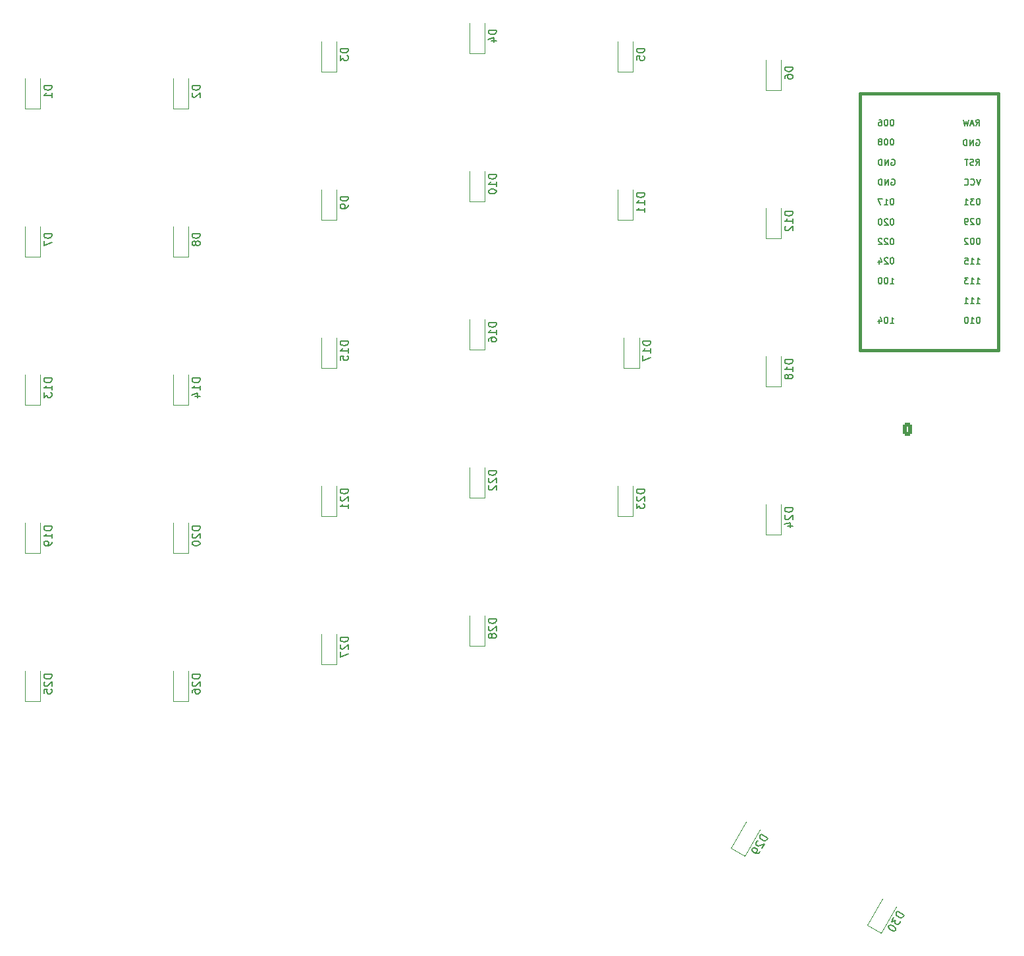
<source format=gbo>
%TF.GenerationSoftware,KiCad,Pcbnew,(6.0.1-0)*%
%TF.CreationDate,2022-02-08T23:28:17+08:00*%
%TF.ProjectId,nut-kb,6e75742d-6b62-42e6-9b69-6361645f7063,rev?*%
%TF.SameCoordinates,Original*%
%TF.FileFunction,Legend,Bot*%
%TF.FilePolarity,Positive*%
%FSLAX46Y46*%
G04 Gerber Fmt 4.6, Leading zero omitted, Abs format (unit mm)*
G04 Created by KiCad (PCBNEW (6.0.1-0)) date 2022-02-08 23:28:17*
%MOMM*%
%LPD*%
G01*
G04 APERTURE LIST*
G04 Aperture macros list*
%AMRoundRect*
0 Rectangle with rounded corners*
0 $1 Rounding radius*
0 $2 $3 $4 $5 $6 $7 $8 $9 X,Y pos of 4 corners*
0 Add a 4 corners polygon primitive as box body*
4,1,4,$2,$3,$4,$5,$6,$7,$8,$9,$2,$3,0*
0 Add four circle primitives for the rounded corners*
1,1,$1+$1,$2,$3*
1,1,$1+$1,$4,$5*
1,1,$1+$1,$6,$7*
1,1,$1+$1,$8,$9*
0 Add four rect primitives between the rounded corners*
20,1,$1+$1,$2,$3,$4,$5,0*
20,1,$1+$1,$4,$5,$6,$7,0*
20,1,$1+$1,$6,$7,$8,$9,0*
20,1,$1+$1,$8,$9,$2,$3,0*%
%AMRotRect*
0 Rectangle, with rotation*
0 The origin of the aperture is its center*
0 $1 length*
0 $2 width*
0 $3 Rotation angle, in degrees counterclockwise*
0 Add horizontal line*
21,1,$1,$2,0,0,$3*%
G04 Aperture macros list end*
%ADD10C,0.150000*%
%ADD11C,0.381000*%
%ADD12C,0.120000*%
%ADD13C,1.752600*%
%ADD14C,3.000000*%
%ADD15C,3.987800*%
%ADD16C,1.750000*%
%ADD17RotRect,2.550000X2.500000X240.000000*%
%ADD18C,3.048000*%
%ADD19R,2.550000X2.500000*%
%ADD20O,1.200000X1.750000*%
%ADD21RoundRect,0.250000X-0.350000X-0.625000X0.350000X-0.625000X0.350000X0.625000X-0.350000X0.625000X0*%
%ADD22O,1.600000X1.600000*%
%ADD23R,1.600000X1.600000*%
%ADD24O,1.700000X1.700000*%
%ADD25R,1.700000X1.700000*%
%ADD26R,1.200000X0.900000*%
%ADD27RotRect,0.900000X1.200000X60.000000*%
G04 APERTURE END LIST*
D10*
%TO.C,U1*%
X153868690Y-41928000D02*
X153944881Y-41889904D01*
X154059167Y-41889904D01*
X154173452Y-41928000D01*
X154249643Y-42004190D01*
X154287738Y-42080380D01*
X154325833Y-42232761D01*
X154325833Y-42347047D01*
X154287738Y-42499428D01*
X154249643Y-42575619D01*
X154173452Y-42651809D01*
X154059167Y-42689904D01*
X153982976Y-42689904D01*
X153868690Y-42651809D01*
X153830595Y-42613714D01*
X153830595Y-42347047D01*
X153982976Y-42347047D01*
X153487738Y-42689904D02*
X153487738Y-41889904D01*
X153030595Y-42689904D01*
X153030595Y-41889904D01*
X152649643Y-42689904D02*
X152649643Y-41889904D01*
X152459167Y-41889904D01*
X152344881Y-41928000D01*
X152268690Y-42004190D01*
X152230595Y-42080380D01*
X152192500Y-42232761D01*
X152192500Y-42347047D01*
X152230595Y-42499428D01*
X152268690Y-42575619D01*
X152344881Y-42651809D01*
X152459167Y-42689904D01*
X152649643Y-42689904D01*
X143067310Y-49509904D02*
X142991119Y-49509904D01*
X142914929Y-49548000D01*
X142876833Y-49586095D01*
X142838738Y-49662285D01*
X142800643Y-49814666D01*
X142800643Y-50005142D01*
X142838738Y-50157523D01*
X142876833Y-50233714D01*
X142914929Y-50271809D01*
X142991119Y-50309904D01*
X143067310Y-50309904D01*
X143143500Y-50271809D01*
X143181595Y-50233714D01*
X143219690Y-50157523D01*
X143257786Y-50005142D01*
X143257786Y-49814666D01*
X143219690Y-49662285D01*
X143181595Y-49586095D01*
X143143500Y-49548000D01*
X143067310Y-49509904D01*
X142038738Y-50309904D02*
X142495881Y-50309904D01*
X142267310Y-50309904D02*
X142267310Y-49509904D01*
X142343500Y-49624190D01*
X142419690Y-49700380D01*
X142495881Y-49738476D01*
X141772071Y-49509904D02*
X141238738Y-49509904D01*
X141581595Y-50309904D01*
X154141691Y-54589904D02*
X154065500Y-54589904D01*
X153989310Y-54628000D01*
X153951214Y-54666095D01*
X153913119Y-54742285D01*
X153875024Y-54894666D01*
X153875024Y-55085142D01*
X153913119Y-55237523D01*
X153951214Y-55313714D01*
X153989310Y-55351809D01*
X154065500Y-55389904D01*
X154141691Y-55389904D01*
X154217881Y-55351809D01*
X154255976Y-55313714D01*
X154294071Y-55237523D01*
X154332167Y-55085142D01*
X154332167Y-54894666D01*
X154294071Y-54742285D01*
X154255976Y-54666095D01*
X154217881Y-54628000D01*
X154141691Y-54589904D01*
X153379786Y-54589904D02*
X153303595Y-54589904D01*
X153227405Y-54628000D01*
X153189310Y-54666095D01*
X153151214Y-54742285D01*
X153113119Y-54894666D01*
X153113119Y-55085142D01*
X153151214Y-55237523D01*
X153189310Y-55313714D01*
X153227405Y-55351809D01*
X153303595Y-55389904D01*
X153379786Y-55389904D01*
X153455976Y-55351809D01*
X153494071Y-55313714D01*
X153532167Y-55237523D01*
X153570262Y-55085142D01*
X153570262Y-54894666D01*
X153532167Y-54742285D01*
X153494071Y-54666095D01*
X153455976Y-54628000D01*
X153379786Y-54589904D01*
X152808357Y-54666095D02*
X152770262Y-54628000D01*
X152694071Y-54589904D01*
X152503595Y-54589904D01*
X152427405Y-54628000D01*
X152389310Y-54666095D01*
X152351214Y-54742285D01*
X152351214Y-54818476D01*
X152389310Y-54932761D01*
X152846452Y-55389904D01*
X152351214Y-55389904D01*
X143067310Y-52119904D02*
X142991119Y-52119904D01*
X142914929Y-52158000D01*
X142876833Y-52196095D01*
X142838738Y-52272285D01*
X142800643Y-52424666D01*
X142800643Y-52615142D01*
X142838738Y-52767523D01*
X142876833Y-52843714D01*
X142914929Y-52881809D01*
X142991119Y-52919904D01*
X143067310Y-52919904D01*
X143143500Y-52881809D01*
X143181595Y-52843714D01*
X143219690Y-52767523D01*
X143257786Y-52615142D01*
X143257786Y-52424666D01*
X143219690Y-52272285D01*
X143181595Y-52196095D01*
X143143500Y-52158000D01*
X143067310Y-52119904D01*
X142495881Y-52196095D02*
X142457786Y-52158000D01*
X142381595Y-52119904D01*
X142191119Y-52119904D01*
X142114929Y-52158000D01*
X142076833Y-52196095D01*
X142038738Y-52272285D01*
X142038738Y-52348476D01*
X142076833Y-52462761D01*
X142533976Y-52919904D01*
X142038738Y-52919904D01*
X141543500Y-52119904D02*
X141467310Y-52119904D01*
X141391119Y-52158000D01*
X141353024Y-52196095D01*
X141314929Y-52272285D01*
X141276833Y-52424666D01*
X141276833Y-52615142D01*
X141314929Y-52767523D01*
X141353024Y-52843714D01*
X141391119Y-52881809D01*
X141467310Y-52919904D01*
X141543500Y-52919904D01*
X141619690Y-52881809D01*
X141657786Y-52843714D01*
X141695881Y-52767523D01*
X141733976Y-52615142D01*
X141733976Y-52424666D01*
X141695881Y-52272285D01*
X141657786Y-52196095D01*
X141619690Y-52158000D01*
X141543500Y-52119904D01*
X143067310Y-39349904D02*
X142991119Y-39349904D01*
X142914929Y-39388000D01*
X142876833Y-39426095D01*
X142838738Y-39502285D01*
X142800643Y-39654666D01*
X142800643Y-39845142D01*
X142838738Y-39997523D01*
X142876833Y-40073714D01*
X142914929Y-40111809D01*
X142991119Y-40149904D01*
X143067310Y-40149904D01*
X143143500Y-40111809D01*
X143181595Y-40073714D01*
X143219690Y-39997523D01*
X143257786Y-39845142D01*
X143257786Y-39654666D01*
X143219690Y-39502285D01*
X143181595Y-39426095D01*
X143143500Y-39388000D01*
X143067310Y-39349904D01*
X142305405Y-39349904D02*
X142229214Y-39349904D01*
X142153024Y-39388000D01*
X142114929Y-39426095D01*
X142076833Y-39502285D01*
X142038738Y-39654666D01*
X142038738Y-39845142D01*
X142076833Y-39997523D01*
X142114929Y-40073714D01*
X142153024Y-40111809D01*
X142229214Y-40149904D01*
X142305405Y-40149904D01*
X142381595Y-40111809D01*
X142419690Y-40073714D01*
X142457786Y-39997523D01*
X142495881Y-39845142D01*
X142495881Y-39654666D01*
X142457786Y-39502285D01*
X142419690Y-39426095D01*
X142381595Y-39388000D01*
X142305405Y-39349904D01*
X141353024Y-39349904D02*
X141505405Y-39349904D01*
X141581595Y-39388000D01*
X141619690Y-39426095D01*
X141695881Y-39540380D01*
X141733976Y-39692761D01*
X141733976Y-39997523D01*
X141695881Y-40073714D01*
X141657786Y-40111809D01*
X141581595Y-40149904D01*
X141429214Y-40149904D01*
X141353024Y-40111809D01*
X141314929Y-40073714D01*
X141276833Y-39997523D01*
X141276833Y-39807047D01*
X141314929Y-39730857D01*
X141353024Y-39692761D01*
X141429214Y-39654666D01*
X141581595Y-39654666D01*
X141657786Y-39692761D01*
X141695881Y-39730857D01*
X141733976Y-39807047D01*
X154141691Y-64749904D02*
X154065500Y-64749904D01*
X153989310Y-64788000D01*
X153951214Y-64826095D01*
X153913119Y-64902285D01*
X153875024Y-65054666D01*
X153875024Y-65245142D01*
X153913119Y-65397523D01*
X153951214Y-65473714D01*
X153989310Y-65511809D01*
X154065500Y-65549904D01*
X154141691Y-65549904D01*
X154217881Y-65511809D01*
X154255976Y-65473714D01*
X154294071Y-65397523D01*
X154332167Y-65245142D01*
X154332167Y-65054666D01*
X154294071Y-64902285D01*
X154255976Y-64826095D01*
X154217881Y-64788000D01*
X154141691Y-64749904D01*
X153113119Y-65549904D02*
X153570262Y-65549904D01*
X153341691Y-65549904D02*
X153341691Y-64749904D01*
X153417881Y-64864190D01*
X153494071Y-64940380D01*
X153570262Y-64978476D01*
X152617881Y-64749904D02*
X152541691Y-64749904D01*
X152465500Y-64788000D01*
X152427405Y-64826095D01*
X152389310Y-64902285D01*
X152351214Y-65054666D01*
X152351214Y-65245142D01*
X152389310Y-65397523D01*
X152427405Y-65473714D01*
X152465500Y-65511809D01*
X152541691Y-65549904D01*
X152617881Y-65549904D01*
X152694071Y-65511809D01*
X152732167Y-65473714D01*
X152770262Y-65397523D01*
X152808357Y-65245142D01*
X152808357Y-65054666D01*
X152770262Y-64902285D01*
X152732167Y-64826095D01*
X152694071Y-64788000D01*
X152617881Y-64749904D01*
X153830595Y-40149904D02*
X154097262Y-39768952D01*
X154287738Y-40149904D02*
X154287738Y-39349904D01*
X153982976Y-39349904D01*
X153906786Y-39388000D01*
X153868691Y-39426095D01*
X153830595Y-39502285D01*
X153830595Y-39616571D01*
X153868691Y-39692761D01*
X153906786Y-39730857D01*
X153982976Y-39768952D01*
X154287738Y-39768952D01*
X153525834Y-39921333D02*
X153144881Y-39921333D01*
X153602024Y-40149904D02*
X153335357Y-39349904D01*
X153068691Y-40149904D01*
X152878215Y-39349904D02*
X152687738Y-40149904D01*
X152535357Y-39578476D01*
X152382976Y-40149904D01*
X152192500Y-39349904D01*
X142800643Y-60469904D02*
X143257786Y-60469904D01*
X143029214Y-60469904D02*
X143029214Y-59669904D01*
X143105405Y-59784190D01*
X143181595Y-59860380D01*
X143257786Y-59898476D01*
X142305405Y-59669904D02*
X142229214Y-59669904D01*
X142153024Y-59708000D01*
X142114929Y-59746095D01*
X142076833Y-59822285D01*
X142038738Y-59974666D01*
X142038738Y-60165142D01*
X142076833Y-60317523D01*
X142114929Y-60393714D01*
X142153024Y-60431809D01*
X142229214Y-60469904D01*
X142305405Y-60469904D01*
X142381595Y-60431809D01*
X142419690Y-60393714D01*
X142457786Y-60317523D01*
X142495881Y-60165142D01*
X142495881Y-59974666D01*
X142457786Y-59822285D01*
X142419690Y-59746095D01*
X142381595Y-59708000D01*
X142305405Y-59669904D01*
X141543500Y-59669904D02*
X141467310Y-59669904D01*
X141391119Y-59708000D01*
X141353024Y-59746095D01*
X141314929Y-59822285D01*
X141276833Y-59974666D01*
X141276833Y-60165142D01*
X141314929Y-60317523D01*
X141353024Y-60393714D01*
X141391119Y-60431809D01*
X141467310Y-60469904D01*
X141543500Y-60469904D01*
X141619690Y-60431809D01*
X141657786Y-60393714D01*
X141695881Y-60317523D01*
X141733976Y-60165142D01*
X141733976Y-59974666D01*
X141695881Y-59822285D01*
X141657786Y-59746095D01*
X141619690Y-59708000D01*
X141543500Y-59669904D01*
X154408357Y-46969904D02*
X154141691Y-47769904D01*
X153875024Y-46969904D01*
X153151214Y-47693714D02*
X153189310Y-47731809D01*
X153303595Y-47769904D01*
X153379786Y-47769904D01*
X153494071Y-47731809D01*
X153570262Y-47655619D01*
X153608357Y-47579428D01*
X153646452Y-47427047D01*
X153646452Y-47312761D01*
X153608357Y-47160380D01*
X153570262Y-47084190D01*
X153494071Y-47008000D01*
X153379786Y-46969904D01*
X153303595Y-46969904D01*
X153189310Y-47008000D01*
X153151214Y-47046095D01*
X152351214Y-47693714D02*
X152389310Y-47731809D01*
X152503595Y-47769904D01*
X152579786Y-47769904D01*
X152694071Y-47731809D01*
X152770262Y-47655619D01*
X152808357Y-47579428D01*
X152846452Y-47427047D01*
X152846452Y-47312761D01*
X152808357Y-47160380D01*
X152770262Y-47084190D01*
X152694071Y-47008000D01*
X152579786Y-46969904D01*
X152503595Y-46969904D01*
X152389310Y-47008000D01*
X152351214Y-47046095D01*
X154141691Y-52049904D02*
X154065500Y-52049904D01*
X153989310Y-52088000D01*
X153951214Y-52126095D01*
X153913119Y-52202285D01*
X153875024Y-52354666D01*
X153875024Y-52545142D01*
X153913119Y-52697523D01*
X153951214Y-52773714D01*
X153989310Y-52811809D01*
X154065500Y-52849904D01*
X154141691Y-52849904D01*
X154217881Y-52811809D01*
X154255976Y-52773714D01*
X154294071Y-52697523D01*
X154332167Y-52545142D01*
X154332167Y-52354666D01*
X154294071Y-52202285D01*
X154255976Y-52126095D01*
X154217881Y-52088000D01*
X154141691Y-52049904D01*
X153570262Y-52126095D02*
X153532167Y-52088000D01*
X153455976Y-52049904D01*
X153265500Y-52049904D01*
X153189310Y-52088000D01*
X153151214Y-52126095D01*
X153113119Y-52202285D01*
X153113119Y-52278476D01*
X153151214Y-52392761D01*
X153608357Y-52849904D01*
X153113119Y-52849904D01*
X152732167Y-52849904D02*
X152579786Y-52849904D01*
X152503595Y-52811809D01*
X152465500Y-52773714D01*
X152389310Y-52659428D01*
X152351214Y-52507047D01*
X152351214Y-52202285D01*
X152389310Y-52126095D01*
X152427405Y-52088000D01*
X152503595Y-52049904D01*
X152655976Y-52049904D01*
X152732167Y-52088000D01*
X152770262Y-52126095D01*
X152808357Y-52202285D01*
X152808357Y-52392761D01*
X152770262Y-52468952D01*
X152732167Y-52507047D01*
X152655976Y-52545142D01*
X152503595Y-52545142D01*
X152427405Y-52507047D01*
X152389310Y-52468952D01*
X152351214Y-52392761D01*
X153830595Y-45229904D02*
X154097261Y-44848952D01*
X154287738Y-45229904D02*
X154287738Y-44429904D01*
X153982976Y-44429904D01*
X153906785Y-44468000D01*
X153868690Y-44506095D01*
X153830595Y-44582285D01*
X153830595Y-44696571D01*
X153868690Y-44772761D01*
X153906785Y-44810857D01*
X153982976Y-44848952D01*
X154287738Y-44848952D01*
X153525833Y-45191809D02*
X153411547Y-45229904D01*
X153221071Y-45229904D01*
X153144880Y-45191809D01*
X153106785Y-45153714D01*
X153068690Y-45077523D01*
X153068690Y-45001333D01*
X153106785Y-44925142D01*
X153144880Y-44887047D01*
X153221071Y-44848952D01*
X153373452Y-44810857D01*
X153449642Y-44772761D01*
X153487738Y-44734666D01*
X153525833Y-44658476D01*
X153525833Y-44582285D01*
X153487738Y-44506095D01*
X153449642Y-44468000D01*
X153373452Y-44429904D01*
X153182976Y-44429904D01*
X153068690Y-44468000D01*
X152840119Y-44429904D02*
X152382976Y-44429904D01*
X152611547Y-45229904D02*
X152611547Y-44429904D01*
X142953023Y-47008000D02*
X143029214Y-46969904D01*
X143143500Y-46969904D01*
X143257785Y-47008000D01*
X143333976Y-47084190D01*
X143372071Y-47160380D01*
X143410166Y-47312761D01*
X143410166Y-47427047D01*
X143372071Y-47579428D01*
X143333976Y-47655619D01*
X143257785Y-47731809D01*
X143143500Y-47769904D01*
X143067309Y-47769904D01*
X142953023Y-47731809D01*
X142914928Y-47693714D01*
X142914928Y-47427047D01*
X143067309Y-47427047D01*
X142572071Y-47769904D02*
X142572071Y-46969904D01*
X142114928Y-47769904D01*
X142114928Y-46969904D01*
X141733976Y-47769904D02*
X141733976Y-46969904D01*
X141543500Y-46969904D01*
X141429214Y-47008000D01*
X141353023Y-47084190D01*
X141314928Y-47160380D01*
X141276833Y-47312761D01*
X141276833Y-47427047D01*
X141314928Y-47579428D01*
X141353023Y-47655619D01*
X141429214Y-47731809D01*
X141543500Y-47769904D01*
X141733976Y-47769904D01*
X143067310Y-54619904D02*
X142991119Y-54619904D01*
X142914929Y-54658000D01*
X142876833Y-54696095D01*
X142838738Y-54772285D01*
X142800643Y-54924666D01*
X142800643Y-55115142D01*
X142838738Y-55267523D01*
X142876833Y-55343714D01*
X142914929Y-55381809D01*
X142991119Y-55419904D01*
X143067310Y-55419904D01*
X143143500Y-55381809D01*
X143181595Y-55343714D01*
X143219690Y-55267523D01*
X143257786Y-55115142D01*
X143257786Y-54924666D01*
X143219690Y-54772285D01*
X143181595Y-54696095D01*
X143143500Y-54658000D01*
X143067310Y-54619904D01*
X142495881Y-54696095D02*
X142457786Y-54658000D01*
X142381595Y-54619904D01*
X142191119Y-54619904D01*
X142114929Y-54658000D01*
X142076833Y-54696095D01*
X142038738Y-54772285D01*
X142038738Y-54848476D01*
X142076833Y-54962761D01*
X142533976Y-55419904D01*
X142038738Y-55419904D01*
X141733976Y-54696095D02*
X141695881Y-54658000D01*
X141619690Y-54619904D01*
X141429214Y-54619904D01*
X141353024Y-54658000D01*
X141314929Y-54696095D01*
X141276833Y-54772285D01*
X141276833Y-54848476D01*
X141314929Y-54962761D01*
X141772071Y-55419904D01*
X141276833Y-55419904D01*
X153875024Y-57929904D02*
X154332167Y-57929904D01*
X154103595Y-57929904D02*
X154103595Y-57129904D01*
X154179786Y-57244190D01*
X154255976Y-57320380D01*
X154332167Y-57358476D01*
X153113119Y-57929904D02*
X153570262Y-57929904D01*
X153341691Y-57929904D02*
X153341691Y-57129904D01*
X153417881Y-57244190D01*
X153494071Y-57320380D01*
X153570262Y-57358476D01*
X152389310Y-57129904D02*
X152770262Y-57129904D01*
X152808357Y-57510857D01*
X152770262Y-57472761D01*
X152694071Y-57434666D01*
X152503595Y-57434666D01*
X152427405Y-57472761D01*
X152389310Y-57510857D01*
X152351214Y-57587047D01*
X152351214Y-57777523D01*
X152389310Y-57853714D01*
X152427405Y-57891809D01*
X152503595Y-57929904D01*
X152694071Y-57929904D01*
X152770262Y-57891809D01*
X152808357Y-57853714D01*
X143067310Y-41819904D02*
X142991119Y-41819904D01*
X142914929Y-41858000D01*
X142876833Y-41896095D01*
X142838738Y-41972285D01*
X142800643Y-42124666D01*
X142800643Y-42315142D01*
X142838738Y-42467523D01*
X142876833Y-42543714D01*
X142914929Y-42581809D01*
X142991119Y-42619904D01*
X143067310Y-42619904D01*
X143143500Y-42581809D01*
X143181595Y-42543714D01*
X143219690Y-42467523D01*
X143257786Y-42315142D01*
X143257786Y-42124666D01*
X143219690Y-41972285D01*
X143181595Y-41896095D01*
X143143500Y-41858000D01*
X143067310Y-41819904D01*
X142305405Y-41819904D02*
X142229214Y-41819904D01*
X142153024Y-41858000D01*
X142114929Y-41896095D01*
X142076833Y-41972285D01*
X142038738Y-42124666D01*
X142038738Y-42315142D01*
X142076833Y-42467523D01*
X142114929Y-42543714D01*
X142153024Y-42581809D01*
X142229214Y-42619904D01*
X142305405Y-42619904D01*
X142381595Y-42581809D01*
X142419690Y-42543714D01*
X142457786Y-42467523D01*
X142495881Y-42315142D01*
X142495881Y-42124666D01*
X142457786Y-41972285D01*
X142419690Y-41896095D01*
X142381595Y-41858000D01*
X142305405Y-41819904D01*
X141581595Y-42162761D02*
X141657786Y-42124666D01*
X141695881Y-42086571D01*
X141733976Y-42010380D01*
X141733976Y-41972285D01*
X141695881Y-41896095D01*
X141657786Y-41858000D01*
X141581595Y-41819904D01*
X141429214Y-41819904D01*
X141353024Y-41858000D01*
X141314929Y-41896095D01*
X141276833Y-41972285D01*
X141276833Y-42010380D01*
X141314929Y-42086571D01*
X141353024Y-42124666D01*
X141429214Y-42162761D01*
X141581595Y-42162761D01*
X141657786Y-42200857D01*
X141695881Y-42238952D01*
X141733976Y-42315142D01*
X141733976Y-42467523D01*
X141695881Y-42543714D01*
X141657786Y-42581809D01*
X141581595Y-42619904D01*
X141429214Y-42619904D01*
X141353024Y-42581809D01*
X141314929Y-42543714D01*
X141276833Y-42467523D01*
X141276833Y-42315142D01*
X141314929Y-42238952D01*
X141353024Y-42200857D01*
X141429214Y-42162761D01*
X142800643Y-65549904D02*
X143257786Y-65549904D01*
X143029214Y-65549904D02*
X143029214Y-64749904D01*
X143105405Y-64864190D01*
X143181595Y-64940380D01*
X143257786Y-64978476D01*
X142305405Y-64749904D02*
X142229214Y-64749904D01*
X142153024Y-64788000D01*
X142114929Y-64826095D01*
X142076833Y-64902285D01*
X142038738Y-65054666D01*
X142038738Y-65245142D01*
X142076833Y-65397523D01*
X142114929Y-65473714D01*
X142153024Y-65511809D01*
X142229214Y-65549904D01*
X142305405Y-65549904D01*
X142381595Y-65511809D01*
X142419690Y-65473714D01*
X142457786Y-65397523D01*
X142495881Y-65245142D01*
X142495881Y-65054666D01*
X142457786Y-64902285D01*
X142419690Y-64826095D01*
X142381595Y-64788000D01*
X142305405Y-64749904D01*
X141353024Y-65016571D02*
X141353024Y-65549904D01*
X141543500Y-64711809D02*
X141733976Y-65283238D01*
X141238738Y-65283238D01*
X154141691Y-49509904D02*
X154065500Y-49509904D01*
X153989310Y-49548000D01*
X153951214Y-49586095D01*
X153913119Y-49662285D01*
X153875024Y-49814666D01*
X153875024Y-50005142D01*
X153913119Y-50157523D01*
X153951214Y-50233714D01*
X153989310Y-50271809D01*
X154065500Y-50309904D01*
X154141691Y-50309904D01*
X154217881Y-50271809D01*
X154255976Y-50233714D01*
X154294071Y-50157523D01*
X154332167Y-50005142D01*
X154332167Y-49814666D01*
X154294071Y-49662285D01*
X154255976Y-49586095D01*
X154217881Y-49548000D01*
X154141691Y-49509904D01*
X153608357Y-49509904D02*
X153113119Y-49509904D01*
X153379786Y-49814666D01*
X153265500Y-49814666D01*
X153189310Y-49852761D01*
X153151214Y-49890857D01*
X153113119Y-49967047D01*
X153113119Y-50157523D01*
X153151214Y-50233714D01*
X153189310Y-50271809D01*
X153265500Y-50309904D01*
X153494071Y-50309904D01*
X153570262Y-50271809D01*
X153608357Y-50233714D01*
X152351214Y-50309904D02*
X152808357Y-50309904D01*
X152579786Y-50309904D02*
X152579786Y-49509904D01*
X152655976Y-49624190D01*
X152732167Y-49700380D01*
X152808357Y-49738476D01*
X153875024Y-60469904D02*
X154332167Y-60469904D01*
X154103595Y-60469904D02*
X154103595Y-59669904D01*
X154179786Y-59784190D01*
X154255976Y-59860380D01*
X154332167Y-59898476D01*
X153113119Y-60469904D02*
X153570262Y-60469904D01*
X153341691Y-60469904D02*
X153341691Y-59669904D01*
X153417881Y-59784190D01*
X153494071Y-59860380D01*
X153570262Y-59898476D01*
X152846452Y-59669904D02*
X152351214Y-59669904D01*
X152617881Y-59974666D01*
X152503595Y-59974666D01*
X152427405Y-60012761D01*
X152389310Y-60050857D01*
X152351214Y-60127047D01*
X152351214Y-60317523D01*
X152389310Y-60393714D01*
X152427405Y-60431809D01*
X152503595Y-60469904D01*
X152732167Y-60469904D01*
X152808357Y-60431809D01*
X152846452Y-60393714D01*
X153875024Y-63009904D02*
X154332167Y-63009904D01*
X154103595Y-63009904D02*
X154103595Y-62209904D01*
X154179786Y-62324190D01*
X154255976Y-62400380D01*
X154332167Y-62438476D01*
X153113119Y-63009904D02*
X153570262Y-63009904D01*
X153341691Y-63009904D02*
X153341691Y-62209904D01*
X153417881Y-62324190D01*
X153494071Y-62400380D01*
X153570262Y-62438476D01*
X152351214Y-63009904D02*
X152808357Y-63009904D01*
X152579786Y-63009904D02*
X152579786Y-62209904D01*
X152655976Y-62324190D01*
X152732167Y-62400380D01*
X152808357Y-62438476D01*
X143067310Y-57119904D02*
X142991119Y-57119904D01*
X142914929Y-57158000D01*
X142876833Y-57196095D01*
X142838738Y-57272285D01*
X142800643Y-57424666D01*
X142800643Y-57615142D01*
X142838738Y-57767523D01*
X142876833Y-57843714D01*
X142914929Y-57881809D01*
X142991119Y-57919904D01*
X143067310Y-57919904D01*
X143143500Y-57881809D01*
X143181595Y-57843714D01*
X143219690Y-57767523D01*
X143257786Y-57615142D01*
X143257786Y-57424666D01*
X143219690Y-57272285D01*
X143181595Y-57196095D01*
X143143500Y-57158000D01*
X143067310Y-57119904D01*
X142495881Y-57196095D02*
X142457786Y-57158000D01*
X142381595Y-57119904D01*
X142191119Y-57119904D01*
X142114929Y-57158000D01*
X142076833Y-57196095D01*
X142038738Y-57272285D01*
X142038738Y-57348476D01*
X142076833Y-57462761D01*
X142533976Y-57919904D01*
X142038738Y-57919904D01*
X141353024Y-57386571D02*
X141353024Y-57919904D01*
X141543500Y-57081809D02*
X141733976Y-57653238D01*
X141238738Y-57653238D01*
X142953023Y-44468000D02*
X143029214Y-44429904D01*
X143143500Y-44429904D01*
X143257785Y-44468000D01*
X143333976Y-44544190D01*
X143372071Y-44620380D01*
X143410166Y-44772761D01*
X143410166Y-44887047D01*
X143372071Y-45039428D01*
X143333976Y-45115619D01*
X143257785Y-45191809D01*
X143143500Y-45229904D01*
X143067309Y-45229904D01*
X142953023Y-45191809D01*
X142914928Y-45153714D01*
X142914928Y-44887047D01*
X143067309Y-44887047D01*
X142572071Y-45229904D02*
X142572071Y-44429904D01*
X142114928Y-45229904D01*
X142114928Y-44429904D01*
X141733976Y-45229904D02*
X141733976Y-44429904D01*
X141543500Y-44429904D01*
X141429214Y-44468000D01*
X141353023Y-44544190D01*
X141314928Y-44620380D01*
X141276833Y-44772761D01*
X141276833Y-44887047D01*
X141314928Y-45039428D01*
X141353023Y-45115619D01*
X141429214Y-45191809D01*
X141543500Y-45229904D01*
X141733976Y-45229904D01*
%TO.C,D17*%
X111989880Y-67841964D02*
X110989880Y-67841964D01*
X110989880Y-68080059D01*
X111037500Y-68222916D01*
X111132738Y-68318154D01*
X111227976Y-68365773D01*
X111418452Y-68413392D01*
X111561309Y-68413392D01*
X111751785Y-68365773D01*
X111847023Y-68318154D01*
X111942261Y-68222916D01*
X111989880Y-68080059D01*
X111989880Y-67841964D01*
X111989880Y-69365773D02*
X111989880Y-68794345D01*
X111989880Y-69080059D02*
X110989880Y-69080059D01*
X111132738Y-68984821D01*
X111227976Y-68889583D01*
X111275595Y-68794345D01*
X110989880Y-69699107D02*
X110989880Y-70365773D01*
X111989880Y-69937202D01*
%TO.C,D14*%
X54046130Y-72604464D02*
X53046130Y-72604464D01*
X53046130Y-72842559D01*
X53093750Y-72985416D01*
X53188988Y-73080654D01*
X53284226Y-73128273D01*
X53474702Y-73175892D01*
X53617559Y-73175892D01*
X53808035Y-73128273D01*
X53903273Y-73080654D01*
X53998511Y-72985416D01*
X54046130Y-72842559D01*
X54046130Y-72604464D01*
X54046130Y-74128273D02*
X54046130Y-73556845D01*
X54046130Y-73842559D02*
X53046130Y-73842559D01*
X53188988Y-73747321D01*
X53284226Y-73652083D01*
X53331845Y-73556845D01*
X53379464Y-74985416D02*
X54046130Y-74985416D01*
X52998511Y-74747321D02*
X53712797Y-74509226D01*
X53712797Y-75128273D01*
%TO.C,D9*%
X73096130Y-49268154D02*
X72096130Y-49268154D01*
X72096130Y-49506250D01*
X72143750Y-49649107D01*
X72238988Y-49744345D01*
X72334226Y-49791964D01*
X72524702Y-49839583D01*
X72667559Y-49839583D01*
X72858035Y-49791964D01*
X72953273Y-49744345D01*
X73048511Y-49649107D01*
X73096130Y-49506250D01*
X73096130Y-49268154D01*
X73096130Y-50315773D02*
X73096130Y-50506250D01*
X73048511Y-50601488D01*
X73000892Y-50649107D01*
X72858035Y-50744345D01*
X72667559Y-50791964D01*
X72286607Y-50791964D01*
X72191369Y-50744345D01*
X72143750Y-50696726D01*
X72096130Y-50601488D01*
X72096130Y-50411011D01*
X72143750Y-50315773D01*
X72191369Y-50268154D01*
X72286607Y-50220535D01*
X72524702Y-50220535D01*
X72619940Y-50268154D01*
X72667559Y-50315773D01*
X72715178Y-50411011D01*
X72715178Y-50601488D01*
X72667559Y-50696726D01*
X72619940Y-50744345D01*
X72524702Y-50791964D01*
%TO.C,D21*%
X73096130Y-86891964D02*
X72096130Y-86891964D01*
X72096130Y-87130059D01*
X72143750Y-87272916D01*
X72238988Y-87368154D01*
X72334226Y-87415773D01*
X72524702Y-87463392D01*
X72667559Y-87463392D01*
X72858035Y-87415773D01*
X72953273Y-87368154D01*
X73048511Y-87272916D01*
X73096130Y-87130059D01*
X73096130Y-86891964D01*
X72191369Y-87844345D02*
X72143750Y-87891964D01*
X72096130Y-87987202D01*
X72096130Y-88225297D01*
X72143750Y-88320535D01*
X72191369Y-88368154D01*
X72286607Y-88415773D01*
X72381845Y-88415773D01*
X72524702Y-88368154D01*
X73096130Y-87796726D01*
X73096130Y-88415773D01*
X73096130Y-89368154D02*
X73096130Y-88796726D01*
X73096130Y-89082440D02*
X72096130Y-89082440D01*
X72238988Y-88987202D01*
X72334226Y-88891964D01*
X72381845Y-88796726D01*
%TO.C,D6*%
X130246130Y-32599404D02*
X129246130Y-32599404D01*
X129246130Y-32837500D01*
X129293750Y-32980357D01*
X129388988Y-33075595D01*
X129484226Y-33123214D01*
X129674702Y-33170833D01*
X129817559Y-33170833D01*
X130008035Y-33123214D01*
X130103273Y-33075595D01*
X130198511Y-32980357D01*
X130246130Y-32837500D01*
X130246130Y-32599404D01*
X129246130Y-34027976D02*
X129246130Y-33837500D01*
X129293750Y-33742261D01*
X129341369Y-33694642D01*
X129484226Y-33599404D01*
X129674702Y-33551785D01*
X130055654Y-33551785D01*
X130150892Y-33599404D01*
X130198511Y-33647023D01*
X130246130Y-33742261D01*
X130246130Y-33932738D01*
X130198511Y-34027976D01*
X130150892Y-34075595D01*
X130055654Y-34123214D01*
X129817559Y-34123214D01*
X129722321Y-34075595D01*
X129674702Y-34027976D01*
X129627083Y-33932738D01*
X129627083Y-33742261D01*
X129674702Y-33647023D01*
X129722321Y-33599404D01*
X129817559Y-33551785D01*
%TO.C,D26*%
X54046130Y-110704464D02*
X53046130Y-110704464D01*
X53046130Y-110942559D01*
X53093750Y-111085416D01*
X53188988Y-111180654D01*
X53284226Y-111228273D01*
X53474702Y-111275892D01*
X53617559Y-111275892D01*
X53808035Y-111228273D01*
X53903273Y-111180654D01*
X53998511Y-111085416D01*
X54046130Y-110942559D01*
X54046130Y-110704464D01*
X53141369Y-111656845D02*
X53093750Y-111704464D01*
X53046130Y-111799702D01*
X53046130Y-112037797D01*
X53093750Y-112133035D01*
X53141369Y-112180654D01*
X53236607Y-112228273D01*
X53331845Y-112228273D01*
X53474702Y-112180654D01*
X54046130Y-111609226D01*
X54046130Y-112228273D01*
X53046130Y-113085416D02*
X53046130Y-112894940D01*
X53093750Y-112799702D01*
X53141369Y-112752083D01*
X53284226Y-112656845D01*
X53474702Y-112609226D01*
X53855654Y-112609226D01*
X53950892Y-112656845D01*
X53998511Y-112704464D01*
X54046130Y-112799702D01*
X54046130Y-112990178D01*
X53998511Y-113085416D01*
X53950892Y-113133035D01*
X53855654Y-113180654D01*
X53617559Y-113180654D01*
X53522321Y-113133035D01*
X53474702Y-113085416D01*
X53427083Y-112990178D01*
X53427083Y-112799702D01*
X53474702Y-112704464D01*
X53522321Y-112656845D01*
X53617559Y-112609226D01*
%TO.C,D29*%
X127063967Y-131746588D02*
X126197941Y-131246588D01*
X126078894Y-131452784D01*
X126048704Y-131600312D01*
X126083564Y-131730409D01*
X126142233Y-131819268D01*
X126283381Y-131955745D01*
X126407099Y-132027174D01*
X126595865Y-132081172D01*
X126702154Y-132087552D01*
X126832251Y-132052693D01*
X126944919Y-131952784D01*
X127063967Y-131746588D01*
X125804229Y-132118993D02*
X125739181Y-132136423D01*
X125650322Y-132195092D01*
X125531275Y-132401288D01*
X125524895Y-132507576D01*
X125542325Y-132572625D01*
X125600994Y-132661484D01*
X125683472Y-132709103D01*
X125831000Y-132739292D01*
X126611586Y-132530134D01*
X126302062Y-133066245D01*
X126063967Y-133478639D02*
X125968729Y-133643596D01*
X125879870Y-133702265D01*
X125814821Y-133719695D01*
X125643485Y-133730745D01*
X125454718Y-133676746D01*
X125124803Y-133486270D01*
X125066134Y-133397411D01*
X125048704Y-133332362D01*
X125055084Y-133226074D01*
X125150322Y-133061117D01*
X125239181Y-133002448D01*
X125304229Y-132985018D01*
X125410518Y-132991398D01*
X125616714Y-133110446D01*
X125675383Y-133199304D01*
X125692813Y-133264353D01*
X125686433Y-133370641D01*
X125591195Y-133535598D01*
X125502337Y-133594267D01*
X125437288Y-133611697D01*
X125331000Y-133605317D01*
%TO.C,D7*%
X34996130Y-54030654D02*
X33996130Y-54030654D01*
X33996130Y-54268750D01*
X34043750Y-54411607D01*
X34138988Y-54506845D01*
X34234226Y-54554464D01*
X34424702Y-54602083D01*
X34567559Y-54602083D01*
X34758035Y-54554464D01*
X34853273Y-54506845D01*
X34948511Y-54411607D01*
X34996130Y-54268750D01*
X34996130Y-54030654D01*
X33996130Y-54935416D02*
X33996130Y-55602083D01*
X34996130Y-55173511D01*
%TO.C,D23*%
X111196130Y-86891964D02*
X110196130Y-86891964D01*
X110196130Y-87130059D01*
X110243750Y-87272916D01*
X110338988Y-87368154D01*
X110434226Y-87415773D01*
X110624702Y-87463392D01*
X110767559Y-87463392D01*
X110958035Y-87415773D01*
X111053273Y-87368154D01*
X111148511Y-87272916D01*
X111196130Y-87130059D01*
X111196130Y-86891964D01*
X110291369Y-87844345D02*
X110243750Y-87891964D01*
X110196130Y-87987202D01*
X110196130Y-88225297D01*
X110243750Y-88320535D01*
X110291369Y-88368154D01*
X110386607Y-88415773D01*
X110481845Y-88415773D01*
X110624702Y-88368154D01*
X111196130Y-87796726D01*
X111196130Y-88415773D01*
X110196130Y-88749107D02*
X110196130Y-89368154D01*
X110577083Y-89034821D01*
X110577083Y-89177678D01*
X110624702Y-89272916D01*
X110672321Y-89320535D01*
X110767559Y-89368154D01*
X111005654Y-89368154D01*
X111100892Y-89320535D01*
X111148511Y-89272916D01*
X111196130Y-89177678D01*
X111196130Y-88891964D01*
X111148511Y-88796726D01*
X111100892Y-88749107D01*
%TO.C,D12*%
X130246130Y-51173214D02*
X129246130Y-51173214D01*
X129246130Y-51411309D01*
X129293750Y-51554166D01*
X129388988Y-51649404D01*
X129484226Y-51697023D01*
X129674702Y-51744642D01*
X129817559Y-51744642D01*
X130008035Y-51697023D01*
X130103273Y-51649404D01*
X130198511Y-51554166D01*
X130246130Y-51411309D01*
X130246130Y-51173214D01*
X130246130Y-52697023D02*
X130246130Y-52125595D01*
X130246130Y-52411309D02*
X129246130Y-52411309D01*
X129388988Y-52316071D01*
X129484226Y-52220833D01*
X129531845Y-52125595D01*
X129341369Y-53077976D02*
X129293750Y-53125595D01*
X129246130Y-53220833D01*
X129246130Y-53458928D01*
X129293750Y-53554166D01*
X129341369Y-53601785D01*
X129436607Y-53649404D01*
X129531845Y-53649404D01*
X129674702Y-53601785D01*
X130246130Y-53030357D01*
X130246130Y-53649404D01*
%TO.C,D3*%
X73096130Y-30218154D02*
X72096130Y-30218154D01*
X72096130Y-30456250D01*
X72143750Y-30599107D01*
X72238988Y-30694345D01*
X72334226Y-30741964D01*
X72524702Y-30789583D01*
X72667559Y-30789583D01*
X72858035Y-30741964D01*
X72953273Y-30694345D01*
X73048511Y-30599107D01*
X73096130Y-30456250D01*
X73096130Y-30218154D01*
X72096130Y-31122916D02*
X72096130Y-31741964D01*
X72477083Y-31408630D01*
X72477083Y-31551488D01*
X72524702Y-31646726D01*
X72572321Y-31694345D01*
X72667559Y-31741964D01*
X72905654Y-31741964D01*
X73000892Y-31694345D01*
X73048511Y-31646726D01*
X73096130Y-31551488D01*
X73096130Y-31265773D01*
X73048511Y-31170535D01*
X73000892Y-31122916D01*
%TO.C,D28*%
X92146130Y-103560714D02*
X91146130Y-103560714D01*
X91146130Y-103798809D01*
X91193750Y-103941666D01*
X91288988Y-104036904D01*
X91384226Y-104084523D01*
X91574702Y-104132142D01*
X91717559Y-104132142D01*
X91908035Y-104084523D01*
X92003273Y-104036904D01*
X92098511Y-103941666D01*
X92146130Y-103798809D01*
X92146130Y-103560714D01*
X91241369Y-104513095D02*
X91193750Y-104560714D01*
X91146130Y-104655952D01*
X91146130Y-104894047D01*
X91193750Y-104989285D01*
X91241369Y-105036904D01*
X91336607Y-105084523D01*
X91431845Y-105084523D01*
X91574702Y-105036904D01*
X92146130Y-104465476D01*
X92146130Y-105084523D01*
X91574702Y-105655952D02*
X91527083Y-105560714D01*
X91479464Y-105513095D01*
X91384226Y-105465476D01*
X91336607Y-105465476D01*
X91241369Y-105513095D01*
X91193750Y-105560714D01*
X91146130Y-105655952D01*
X91146130Y-105846428D01*
X91193750Y-105941666D01*
X91241369Y-105989285D01*
X91336607Y-106036904D01*
X91384226Y-106036904D01*
X91479464Y-105989285D01*
X91527083Y-105941666D01*
X91574702Y-105846428D01*
X91574702Y-105655952D01*
X91622321Y-105560714D01*
X91669940Y-105513095D01*
X91765178Y-105465476D01*
X91955654Y-105465476D01*
X92050892Y-105513095D01*
X92098511Y-105560714D01*
X92146130Y-105655952D01*
X92146130Y-105846428D01*
X92098511Y-105941666D01*
X92050892Y-105989285D01*
X91955654Y-106036904D01*
X91765178Y-106036904D01*
X91669940Y-105989285D01*
X91622321Y-105941666D01*
X91574702Y-105846428D01*
%TO.C,D22*%
X92146130Y-84510714D02*
X91146130Y-84510714D01*
X91146130Y-84748809D01*
X91193750Y-84891666D01*
X91288988Y-84986904D01*
X91384226Y-85034523D01*
X91574702Y-85082142D01*
X91717559Y-85082142D01*
X91908035Y-85034523D01*
X92003273Y-84986904D01*
X92098511Y-84891666D01*
X92146130Y-84748809D01*
X92146130Y-84510714D01*
X91241369Y-85463095D02*
X91193750Y-85510714D01*
X91146130Y-85605952D01*
X91146130Y-85844047D01*
X91193750Y-85939285D01*
X91241369Y-85986904D01*
X91336607Y-86034523D01*
X91431845Y-86034523D01*
X91574702Y-85986904D01*
X92146130Y-85415476D01*
X92146130Y-86034523D01*
X91241369Y-86415476D02*
X91193750Y-86463095D01*
X91146130Y-86558333D01*
X91146130Y-86796428D01*
X91193750Y-86891666D01*
X91241369Y-86939285D01*
X91336607Y-86986904D01*
X91431845Y-86986904D01*
X91574702Y-86939285D01*
X92146130Y-86367857D01*
X92146130Y-86986904D01*
%TO.C,D15*%
X73096130Y-67841964D02*
X72096130Y-67841964D01*
X72096130Y-68080059D01*
X72143750Y-68222916D01*
X72238988Y-68318154D01*
X72334226Y-68365773D01*
X72524702Y-68413392D01*
X72667559Y-68413392D01*
X72858035Y-68365773D01*
X72953273Y-68318154D01*
X73048511Y-68222916D01*
X73096130Y-68080059D01*
X73096130Y-67841964D01*
X73096130Y-69365773D02*
X73096130Y-68794345D01*
X73096130Y-69080059D02*
X72096130Y-69080059D01*
X72238988Y-68984821D01*
X72334226Y-68889583D01*
X72381845Y-68794345D01*
X72096130Y-70270535D02*
X72096130Y-69794345D01*
X72572321Y-69746726D01*
X72524702Y-69794345D01*
X72477083Y-69889583D01*
X72477083Y-70127678D01*
X72524702Y-70222916D01*
X72572321Y-70270535D01*
X72667559Y-70318154D01*
X72905654Y-70318154D01*
X73000892Y-70270535D01*
X73048511Y-70222916D01*
X73096130Y-70127678D01*
X73096130Y-69889583D01*
X73048511Y-69794345D01*
X73000892Y-69746726D01*
%TO.C,D11*%
X111196130Y-48791964D02*
X110196130Y-48791964D01*
X110196130Y-49030059D01*
X110243750Y-49172916D01*
X110338988Y-49268154D01*
X110434226Y-49315773D01*
X110624702Y-49363392D01*
X110767559Y-49363392D01*
X110958035Y-49315773D01*
X111053273Y-49268154D01*
X111148511Y-49172916D01*
X111196130Y-49030059D01*
X111196130Y-48791964D01*
X111196130Y-50315773D02*
X111196130Y-49744345D01*
X111196130Y-50030059D02*
X110196130Y-50030059D01*
X110338988Y-49934821D01*
X110434226Y-49839583D01*
X110481845Y-49744345D01*
X111196130Y-51268154D02*
X111196130Y-50696726D01*
X111196130Y-50982440D02*
X110196130Y-50982440D01*
X110338988Y-50887202D01*
X110434226Y-50791964D01*
X110481845Y-50696726D01*
%TO.C,D24*%
X130246130Y-89273214D02*
X129246130Y-89273214D01*
X129246130Y-89511309D01*
X129293750Y-89654166D01*
X129388988Y-89749404D01*
X129484226Y-89797023D01*
X129674702Y-89844642D01*
X129817559Y-89844642D01*
X130008035Y-89797023D01*
X130103273Y-89749404D01*
X130198511Y-89654166D01*
X130246130Y-89511309D01*
X130246130Y-89273214D01*
X129341369Y-90225595D02*
X129293750Y-90273214D01*
X129246130Y-90368452D01*
X129246130Y-90606547D01*
X129293750Y-90701785D01*
X129341369Y-90749404D01*
X129436607Y-90797023D01*
X129531845Y-90797023D01*
X129674702Y-90749404D01*
X130246130Y-90177976D01*
X130246130Y-90797023D01*
X129579464Y-91654166D02*
X130246130Y-91654166D01*
X129198511Y-91416071D02*
X129912797Y-91177976D01*
X129912797Y-91797023D01*
%TO.C,D27*%
X73096130Y-105941964D02*
X72096130Y-105941964D01*
X72096130Y-106180059D01*
X72143750Y-106322916D01*
X72238988Y-106418154D01*
X72334226Y-106465773D01*
X72524702Y-106513392D01*
X72667559Y-106513392D01*
X72858035Y-106465773D01*
X72953273Y-106418154D01*
X73048511Y-106322916D01*
X73096130Y-106180059D01*
X73096130Y-105941964D01*
X72191369Y-106894345D02*
X72143750Y-106941964D01*
X72096130Y-107037202D01*
X72096130Y-107275297D01*
X72143750Y-107370535D01*
X72191369Y-107418154D01*
X72286607Y-107465773D01*
X72381845Y-107465773D01*
X72524702Y-107418154D01*
X73096130Y-106846726D01*
X73096130Y-107465773D01*
X72096130Y-107799107D02*
X72096130Y-108465773D01*
X73096130Y-108037202D01*
%TO.C,D30*%
X144589967Y-141652588D02*
X143723941Y-141152588D01*
X143604894Y-141358784D01*
X143574704Y-141506312D01*
X143609564Y-141636409D01*
X143668233Y-141725268D01*
X143809381Y-141861745D01*
X143933099Y-141933174D01*
X144121865Y-141987172D01*
X144228154Y-141993552D01*
X144358251Y-141958693D01*
X144470919Y-141858784D01*
X144589967Y-141652588D01*
X143271560Y-141936134D02*
X142962037Y-142472245D01*
X143458618Y-142374047D01*
X143387189Y-142497764D01*
X143380809Y-142604053D01*
X143398239Y-142669101D01*
X143456908Y-142757960D01*
X143663105Y-142877007D01*
X143769393Y-142883387D01*
X143834442Y-142865957D01*
X143923300Y-142807288D01*
X144066157Y-142559852D01*
X144072537Y-142453564D01*
X144055107Y-142388515D01*
X142652513Y-143008356D02*
X142604894Y-143090835D01*
X142598514Y-143197123D01*
X142615944Y-143262172D01*
X142674613Y-143351030D01*
X142815761Y-143487508D01*
X143021957Y-143606555D01*
X143210724Y-143660554D01*
X143317012Y-143666934D01*
X143382061Y-143649504D01*
X143470919Y-143590835D01*
X143518538Y-143508356D01*
X143524918Y-143402068D01*
X143507488Y-143337019D01*
X143448819Y-143248161D01*
X143307671Y-143111684D01*
X143101475Y-142992636D01*
X142912708Y-142938637D01*
X142806420Y-142932258D01*
X142741371Y-142949687D01*
X142652513Y-143008356D01*
%TO.C,D20*%
X54046130Y-91654464D02*
X53046130Y-91654464D01*
X53046130Y-91892559D01*
X53093750Y-92035416D01*
X53188988Y-92130654D01*
X53284226Y-92178273D01*
X53474702Y-92225892D01*
X53617559Y-92225892D01*
X53808035Y-92178273D01*
X53903273Y-92130654D01*
X53998511Y-92035416D01*
X54046130Y-91892559D01*
X54046130Y-91654464D01*
X53141369Y-92606845D02*
X53093750Y-92654464D01*
X53046130Y-92749702D01*
X53046130Y-92987797D01*
X53093750Y-93083035D01*
X53141369Y-93130654D01*
X53236607Y-93178273D01*
X53331845Y-93178273D01*
X53474702Y-93130654D01*
X54046130Y-92559226D01*
X54046130Y-93178273D01*
X53046130Y-93797321D02*
X53046130Y-93892559D01*
X53093750Y-93987797D01*
X53141369Y-94035416D01*
X53236607Y-94083035D01*
X53427083Y-94130654D01*
X53665178Y-94130654D01*
X53855654Y-94083035D01*
X53950892Y-94035416D01*
X53998511Y-93987797D01*
X54046130Y-93892559D01*
X54046130Y-93797321D01*
X53998511Y-93702083D01*
X53950892Y-93654464D01*
X53855654Y-93606845D01*
X53665178Y-93559226D01*
X53427083Y-93559226D01*
X53236607Y-93606845D01*
X53141369Y-93654464D01*
X53093750Y-93702083D01*
X53046130Y-93797321D01*
%TO.C,D19*%
X34996130Y-91654464D02*
X33996130Y-91654464D01*
X33996130Y-91892559D01*
X34043750Y-92035416D01*
X34138988Y-92130654D01*
X34234226Y-92178273D01*
X34424702Y-92225892D01*
X34567559Y-92225892D01*
X34758035Y-92178273D01*
X34853273Y-92130654D01*
X34948511Y-92035416D01*
X34996130Y-91892559D01*
X34996130Y-91654464D01*
X34996130Y-93178273D02*
X34996130Y-92606845D01*
X34996130Y-92892559D02*
X33996130Y-92892559D01*
X34138988Y-92797321D01*
X34234226Y-92702083D01*
X34281845Y-92606845D01*
X34996130Y-93654464D02*
X34996130Y-93844940D01*
X34948511Y-93940178D01*
X34900892Y-93987797D01*
X34758035Y-94083035D01*
X34567559Y-94130654D01*
X34186607Y-94130654D01*
X34091369Y-94083035D01*
X34043750Y-94035416D01*
X33996130Y-93940178D01*
X33996130Y-93749702D01*
X34043750Y-93654464D01*
X34091369Y-93606845D01*
X34186607Y-93559226D01*
X34424702Y-93559226D01*
X34519940Y-93606845D01*
X34567559Y-93654464D01*
X34615178Y-93749702D01*
X34615178Y-93940178D01*
X34567559Y-94035416D01*
X34519940Y-94083035D01*
X34424702Y-94130654D01*
%TO.C,D1*%
X34996130Y-34980654D02*
X33996130Y-34980654D01*
X33996130Y-35218750D01*
X34043750Y-35361607D01*
X34138988Y-35456845D01*
X34234226Y-35504464D01*
X34424702Y-35552083D01*
X34567559Y-35552083D01*
X34758035Y-35504464D01*
X34853273Y-35456845D01*
X34948511Y-35361607D01*
X34996130Y-35218750D01*
X34996130Y-34980654D01*
X34996130Y-36504464D02*
X34996130Y-35933035D01*
X34996130Y-36218750D02*
X33996130Y-36218750D01*
X34138988Y-36123511D01*
X34234226Y-36028273D01*
X34281845Y-35933035D01*
%TO.C,D25*%
X34996130Y-110704464D02*
X33996130Y-110704464D01*
X33996130Y-110942559D01*
X34043750Y-111085416D01*
X34138988Y-111180654D01*
X34234226Y-111228273D01*
X34424702Y-111275892D01*
X34567559Y-111275892D01*
X34758035Y-111228273D01*
X34853273Y-111180654D01*
X34948511Y-111085416D01*
X34996130Y-110942559D01*
X34996130Y-110704464D01*
X34091369Y-111656845D02*
X34043750Y-111704464D01*
X33996130Y-111799702D01*
X33996130Y-112037797D01*
X34043750Y-112133035D01*
X34091369Y-112180654D01*
X34186607Y-112228273D01*
X34281845Y-112228273D01*
X34424702Y-112180654D01*
X34996130Y-111609226D01*
X34996130Y-112228273D01*
X33996130Y-113133035D02*
X33996130Y-112656845D01*
X34472321Y-112609226D01*
X34424702Y-112656845D01*
X34377083Y-112752083D01*
X34377083Y-112990178D01*
X34424702Y-113085416D01*
X34472321Y-113133035D01*
X34567559Y-113180654D01*
X34805654Y-113180654D01*
X34900892Y-113133035D01*
X34948511Y-113085416D01*
X34996130Y-112990178D01*
X34996130Y-112752083D01*
X34948511Y-112656845D01*
X34900892Y-112609226D01*
%TO.C,D4*%
X92146130Y-27836904D02*
X91146130Y-27836904D01*
X91146130Y-28075000D01*
X91193750Y-28217857D01*
X91288988Y-28313095D01*
X91384226Y-28360714D01*
X91574702Y-28408333D01*
X91717559Y-28408333D01*
X91908035Y-28360714D01*
X92003273Y-28313095D01*
X92098511Y-28217857D01*
X92146130Y-28075000D01*
X92146130Y-27836904D01*
X91479464Y-29265476D02*
X92146130Y-29265476D01*
X91098511Y-29027380D02*
X91812797Y-28789285D01*
X91812797Y-29408333D01*
%TO.C,D2*%
X54046130Y-34980654D02*
X53046130Y-34980654D01*
X53046130Y-35218750D01*
X53093750Y-35361607D01*
X53188988Y-35456845D01*
X53284226Y-35504464D01*
X53474702Y-35552083D01*
X53617559Y-35552083D01*
X53808035Y-35504464D01*
X53903273Y-35456845D01*
X53998511Y-35361607D01*
X54046130Y-35218750D01*
X54046130Y-34980654D01*
X53141369Y-35933035D02*
X53093750Y-35980654D01*
X53046130Y-36075892D01*
X53046130Y-36313988D01*
X53093750Y-36409226D01*
X53141369Y-36456845D01*
X53236607Y-36504464D01*
X53331845Y-36504464D01*
X53474702Y-36456845D01*
X54046130Y-35885416D01*
X54046130Y-36504464D01*
%TO.C,D8*%
X54046130Y-54030654D02*
X53046130Y-54030654D01*
X53046130Y-54268750D01*
X53093750Y-54411607D01*
X53188988Y-54506845D01*
X53284226Y-54554464D01*
X53474702Y-54602083D01*
X53617559Y-54602083D01*
X53808035Y-54554464D01*
X53903273Y-54506845D01*
X53998511Y-54411607D01*
X54046130Y-54268750D01*
X54046130Y-54030654D01*
X53474702Y-55173511D02*
X53427083Y-55078273D01*
X53379464Y-55030654D01*
X53284226Y-54983035D01*
X53236607Y-54983035D01*
X53141369Y-55030654D01*
X53093750Y-55078273D01*
X53046130Y-55173511D01*
X53046130Y-55363988D01*
X53093750Y-55459226D01*
X53141369Y-55506845D01*
X53236607Y-55554464D01*
X53284226Y-55554464D01*
X53379464Y-55506845D01*
X53427083Y-55459226D01*
X53474702Y-55363988D01*
X53474702Y-55173511D01*
X53522321Y-55078273D01*
X53569940Y-55030654D01*
X53665178Y-54983035D01*
X53855654Y-54983035D01*
X53950892Y-55030654D01*
X53998511Y-55078273D01*
X54046130Y-55173511D01*
X54046130Y-55363988D01*
X53998511Y-55459226D01*
X53950892Y-55506845D01*
X53855654Y-55554464D01*
X53665178Y-55554464D01*
X53569940Y-55506845D01*
X53522321Y-55459226D01*
X53474702Y-55363988D01*
%TO.C,D5*%
X111196130Y-30218154D02*
X110196130Y-30218154D01*
X110196130Y-30456250D01*
X110243750Y-30599107D01*
X110338988Y-30694345D01*
X110434226Y-30741964D01*
X110624702Y-30789583D01*
X110767559Y-30789583D01*
X110958035Y-30741964D01*
X111053273Y-30694345D01*
X111148511Y-30599107D01*
X111196130Y-30456250D01*
X111196130Y-30218154D01*
X110196130Y-31694345D02*
X110196130Y-31218154D01*
X110672321Y-31170535D01*
X110624702Y-31218154D01*
X110577083Y-31313392D01*
X110577083Y-31551488D01*
X110624702Y-31646726D01*
X110672321Y-31694345D01*
X110767559Y-31741964D01*
X111005654Y-31741964D01*
X111100892Y-31694345D01*
X111148511Y-31646726D01*
X111196130Y-31551488D01*
X111196130Y-31313392D01*
X111148511Y-31218154D01*
X111100892Y-31170535D01*
%TO.C,D10*%
X92146130Y-46410714D02*
X91146130Y-46410714D01*
X91146130Y-46648809D01*
X91193750Y-46791666D01*
X91288988Y-46886904D01*
X91384226Y-46934523D01*
X91574702Y-46982142D01*
X91717559Y-46982142D01*
X91908035Y-46934523D01*
X92003273Y-46886904D01*
X92098511Y-46791666D01*
X92146130Y-46648809D01*
X92146130Y-46410714D01*
X92146130Y-47934523D02*
X92146130Y-47363095D01*
X92146130Y-47648809D02*
X91146130Y-47648809D01*
X91288988Y-47553571D01*
X91384226Y-47458333D01*
X91431845Y-47363095D01*
X91146130Y-48553571D02*
X91146130Y-48648809D01*
X91193750Y-48744047D01*
X91241369Y-48791666D01*
X91336607Y-48839285D01*
X91527083Y-48886904D01*
X91765178Y-48886904D01*
X91955654Y-48839285D01*
X92050892Y-48791666D01*
X92098511Y-48744047D01*
X92146130Y-48648809D01*
X92146130Y-48553571D01*
X92098511Y-48458333D01*
X92050892Y-48410714D01*
X91955654Y-48363095D01*
X91765178Y-48315476D01*
X91527083Y-48315476D01*
X91336607Y-48363095D01*
X91241369Y-48410714D01*
X91193750Y-48458333D01*
X91146130Y-48553571D01*
%TO.C,D18*%
X130246130Y-70223214D02*
X129246130Y-70223214D01*
X129246130Y-70461309D01*
X129293750Y-70604166D01*
X129388988Y-70699404D01*
X129484226Y-70747023D01*
X129674702Y-70794642D01*
X129817559Y-70794642D01*
X130008035Y-70747023D01*
X130103273Y-70699404D01*
X130198511Y-70604166D01*
X130246130Y-70461309D01*
X130246130Y-70223214D01*
X130246130Y-71747023D02*
X130246130Y-71175595D01*
X130246130Y-71461309D02*
X129246130Y-71461309D01*
X129388988Y-71366071D01*
X129484226Y-71270833D01*
X129531845Y-71175595D01*
X129674702Y-72318452D02*
X129627083Y-72223214D01*
X129579464Y-72175595D01*
X129484226Y-72127976D01*
X129436607Y-72127976D01*
X129341369Y-72175595D01*
X129293750Y-72223214D01*
X129246130Y-72318452D01*
X129246130Y-72508928D01*
X129293750Y-72604166D01*
X129341369Y-72651785D01*
X129436607Y-72699404D01*
X129484226Y-72699404D01*
X129579464Y-72651785D01*
X129627083Y-72604166D01*
X129674702Y-72508928D01*
X129674702Y-72318452D01*
X129722321Y-72223214D01*
X129769940Y-72175595D01*
X129865178Y-72127976D01*
X130055654Y-72127976D01*
X130150892Y-72175595D01*
X130198511Y-72223214D01*
X130246130Y-72318452D01*
X130246130Y-72508928D01*
X130198511Y-72604166D01*
X130150892Y-72651785D01*
X130055654Y-72699404D01*
X129865178Y-72699404D01*
X129769940Y-72651785D01*
X129722321Y-72604166D01*
X129674702Y-72508928D01*
%TO.C,D13*%
X34996130Y-72604464D02*
X33996130Y-72604464D01*
X33996130Y-72842559D01*
X34043750Y-72985416D01*
X34138988Y-73080654D01*
X34234226Y-73128273D01*
X34424702Y-73175892D01*
X34567559Y-73175892D01*
X34758035Y-73128273D01*
X34853273Y-73080654D01*
X34948511Y-72985416D01*
X34996130Y-72842559D01*
X34996130Y-72604464D01*
X34996130Y-74128273D02*
X34996130Y-73556845D01*
X34996130Y-73842559D02*
X33996130Y-73842559D01*
X34138988Y-73747321D01*
X34234226Y-73652083D01*
X34281845Y-73556845D01*
X33996130Y-74461607D02*
X33996130Y-75080654D01*
X34377083Y-74747321D01*
X34377083Y-74890178D01*
X34424702Y-74985416D01*
X34472321Y-75033035D01*
X34567559Y-75080654D01*
X34805654Y-75080654D01*
X34900892Y-75033035D01*
X34948511Y-74985416D01*
X34996130Y-74890178D01*
X34996130Y-74604464D01*
X34948511Y-74509226D01*
X34900892Y-74461607D01*
%TO.C,D16*%
X92146130Y-65460714D02*
X91146130Y-65460714D01*
X91146130Y-65698809D01*
X91193750Y-65841666D01*
X91288988Y-65936904D01*
X91384226Y-65984523D01*
X91574702Y-66032142D01*
X91717559Y-66032142D01*
X91908035Y-65984523D01*
X92003273Y-65936904D01*
X92098511Y-65841666D01*
X92146130Y-65698809D01*
X92146130Y-65460714D01*
X92146130Y-66984523D02*
X92146130Y-66413095D01*
X92146130Y-66698809D02*
X91146130Y-66698809D01*
X91288988Y-66603571D01*
X91384226Y-66508333D01*
X91431845Y-66413095D01*
X91146130Y-67841666D02*
X91146130Y-67651190D01*
X91193750Y-67555952D01*
X91241369Y-67508333D01*
X91384226Y-67413095D01*
X91574702Y-67365476D01*
X91955654Y-67365476D01*
X92050892Y-67413095D01*
X92098511Y-67460714D01*
X92146130Y-67555952D01*
X92146130Y-67746428D01*
X92098511Y-67841666D01*
X92050892Y-67889285D01*
X91955654Y-67936904D01*
X91717559Y-67936904D01*
X91622321Y-67889285D01*
X91574702Y-67841666D01*
X91527083Y-67746428D01*
X91527083Y-67555952D01*
X91574702Y-67460714D01*
X91622321Y-67413095D01*
X91717559Y-67365476D01*
D11*
%TO.C,U1*%
X156694500Y-68998000D02*
X156694500Y-35978000D01*
X138914500Y-68998000D02*
X156694500Y-68998000D01*
X156694500Y-35978000D02*
X138914500Y-35978000D01*
X138914500Y-35978000D02*
X138914500Y-68998000D01*
D12*
%TO.C,D17*%
X108537500Y-71306250D02*
X108537500Y-67406250D01*
X110537500Y-71306250D02*
X108537500Y-71306250D01*
X110537500Y-71306250D02*
X110537500Y-67406250D01*
%TO.C,D14*%
X52593750Y-76068750D02*
X52593750Y-72168750D01*
X52593750Y-76068750D02*
X50593750Y-76068750D01*
X50593750Y-76068750D02*
X50593750Y-72168750D01*
%TO.C,D9*%
X71643750Y-52256250D02*
X71643750Y-48356250D01*
X69643750Y-52256250D02*
X69643750Y-48356250D01*
X71643750Y-52256250D02*
X69643750Y-52256250D01*
%TO.C,D21*%
X71643750Y-90356250D02*
X69643750Y-90356250D01*
X71643750Y-90356250D02*
X71643750Y-86456250D01*
X69643750Y-90356250D02*
X69643750Y-86456250D01*
%TO.C,D6*%
X128793750Y-35587500D02*
X126793750Y-35587500D01*
X126793750Y-35587500D02*
X126793750Y-31687500D01*
X128793750Y-35587500D02*
X128793750Y-31687500D01*
%TO.C,D26*%
X52593750Y-114168750D02*
X50593750Y-114168750D01*
X50593750Y-114168750D02*
X50593750Y-110268750D01*
X52593750Y-114168750D02*
X52593750Y-110268750D01*
%TO.C,D29*%
X124074025Y-134020557D02*
X122341975Y-133020557D01*
X122341975Y-133020557D02*
X124291975Y-129643058D01*
X124074025Y-134020557D02*
X126024025Y-130643058D01*
%TO.C,D7*%
X31543750Y-57018750D02*
X31543750Y-53118750D01*
X33543750Y-57018750D02*
X33543750Y-53118750D01*
X33543750Y-57018750D02*
X31543750Y-57018750D01*
%TO.C,D23*%
X109743750Y-90356250D02*
X107743750Y-90356250D01*
X109743750Y-90356250D02*
X109743750Y-86456250D01*
X107743750Y-90356250D02*
X107743750Y-86456250D01*
%TO.C,D12*%
X128793750Y-54637500D02*
X126793750Y-54637500D01*
X126793750Y-54637500D02*
X126793750Y-50737500D01*
X128793750Y-54637500D02*
X128793750Y-50737500D01*
%TO.C,D3*%
X71643750Y-33206250D02*
X71643750Y-29306250D01*
X69643750Y-33206250D02*
X69643750Y-29306250D01*
X71643750Y-33206250D02*
X69643750Y-33206250D01*
%TO.C,D28*%
X90693750Y-107025000D02*
X90693750Y-103125000D01*
X90693750Y-107025000D02*
X88693750Y-107025000D01*
X88693750Y-107025000D02*
X88693750Y-103125000D01*
%TO.C,D22*%
X90693750Y-87975000D02*
X88693750Y-87975000D01*
X88693750Y-87975000D02*
X88693750Y-84075000D01*
X90693750Y-87975000D02*
X90693750Y-84075000D01*
%TO.C,D15*%
X71643750Y-71306250D02*
X69643750Y-71306250D01*
X71643750Y-71306250D02*
X71643750Y-67406250D01*
X69643750Y-71306250D02*
X69643750Y-67406250D01*
%TO.C,D11*%
X109743750Y-52256250D02*
X109743750Y-48356250D01*
X107743750Y-52256250D02*
X107743750Y-48356250D01*
X109743750Y-52256250D02*
X107743750Y-52256250D01*
%TO.C,D24*%
X126793750Y-92737500D02*
X126793750Y-88837500D01*
X128793750Y-92737500D02*
X126793750Y-92737500D01*
X128793750Y-92737500D02*
X128793750Y-88837500D01*
%TO.C,D27*%
X71643750Y-109406250D02*
X71643750Y-105506250D01*
X71643750Y-109406250D02*
X69643750Y-109406250D01*
X69643750Y-109406250D02*
X69643750Y-105506250D01*
%TO.C,D30*%
X141600025Y-143926557D02*
X139867975Y-142926557D01*
X141600025Y-143926557D02*
X143550025Y-140549058D01*
X139867975Y-142926557D02*
X141817975Y-139549058D01*
%TO.C,D20*%
X50593750Y-95118750D02*
X50593750Y-91218750D01*
X52593750Y-95118750D02*
X50593750Y-95118750D01*
X52593750Y-95118750D02*
X52593750Y-91218750D01*
%TO.C,D19*%
X33543750Y-95118750D02*
X31543750Y-95118750D01*
X31543750Y-95118750D02*
X31543750Y-91218750D01*
X33543750Y-95118750D02*
X33543750Y-91218750D01*
%TO.C,D1*%
X33543750Y-37968750D02*
X31543750Y-37968750D01*
X33543750Y-37968750D02*
X33543750Y-34068750D01*
X31543750Y-37968750D02*
X31543750Y-34068750D01*
%TO.C,D25*%
X31543750Y-114168750D02*
X31543750Y-110268750D01*
X33543750Y-114168750D02*
X31543750Y-114168750D01*
X33543750Y-114168750D02*
X33543750Y-110268750D01*
%TO.C,D4*%
X90693750Y-30825000D02*
X90693750Y-26925000D01*
X90693750Y-30825000D02*
X88693750Y-30825000D01*
X88693750Y-30825000D02*
X88693750Y-26925000D01*
%TO.C,D2*%
X52593750Y-37968750D02*
X50593750Y-37968750D01*
X50593750Y-37968750D02*
X50593750Y-34068750D01*
X52593750Y-37968750D02*
X52593750Y-34068750D01*
%TO.C,D8*%
X50593750Y-57018750D02*
X50593750Y-53118750D01*
X52593750Y-57018750D02*
X50593750Y-57018750D01*
X52593750Y-57018750D02*
X52593750Y-53118750D01*
%TO.C,D5*%
X107743750Y-33206250D02*
X107743750Y-29306250D01*
X109743750Y-33206250D02*
X107743750Y-33206250D01*
X109743750Y-33206250D02*
X109743750Y-29306250D01*
%TO.C,D10*%
X90693750Y-49875000D02*
X90693750Y-45975000D01*
X90693750Y-49875000D02*
X88693750Y-49875000D01*
X88693750Y-49875000D02*
X88693750Y-45975000D01*
%TO.C,D18*%
X128793750Y-73687500D02*
X126793750Y-73687500D01*
X126793750Y-73687500D02*
X126793750Y-69787500D01*
X128793750Y-73687500D02*
X128793750Y-69787500D01*
%TO.C,D13*%
X33543750Y-76068750D02*
X31543750Y-76068750D01*
X33543750Y-76068750D02*
X33543750Y-72168750D01*
X31543750Y-76068750D02*
X31543750Y-72168750D01*
%TO.C,D16*%
X88693750Y-68925000D02*
X88693750Y-65025000D01*
X90693750Y-68925000D02*
X90693750Y-65025000D01*
X90693750Y-68925000D02*
X88693750Y-68925000D01*
%TD*%
D13*
%TO.C,U1*%
X155424500Y-39788000D03*
X155424500Y-42328000D03*
X155424500Y-44868000D03*
X155424500Y-47408000D03*
X155424500Y-49948000D03*
X155424500Y-52488000D03*
X155424500Y-55028000D03*
X155424500Y-57568000D03*
X155424500Y-60108000D03*
X155424500Y-62648000D03*
X155424500Y-65188000D03*
X155424500Y-67728000D03*
X140184500Y-67728000D03*
X140184500Y-65188000D03*
X140184500Y-62648000D03*
X140184500Y-60108000D03*
X140184500Y-57568000D03*
X140184500Y-55028000D03*
X140184500Y-52488000D03*
X140184500Y-49948000D03*
X140184500Y-47408000D03*
X140184500Y-44868000D03*
X140184500Y-42328000D03*
X140184500Y-39788000D03*
%TD*%
%LPC*%
D14*
%TO.C,MX30*%
X149973159Y-131739705D03*
D15*
X146843750Y-127000000D03*
D14*
X150948455Y-124970443D03*
D16*
X149383750Y-122600591D03*
X144303750Y-131399409D03*
D17*
X152585955Y-122134210D03*
X148322159Y-134599320D03*
D18*
X146923937Y-140831111D03*
X158861937Y-120153889D03*
D15*
X133725710Y-133211111D03*
X145663710Y-112533889D03*
%TD*%
D14*
%TO.C,MX29*%
X132510659Y-121420955D03*
D15*
X129381250Y-116681250D03*
D14*
X133485955Y-114651693D03*
D16*
X131921250Y-112281841D03*
X126841250Y-121080659D03*
D17*
X135123455Y-111815460D03*
X130859659Y-124280570D03*
D18*
X129461437Y-130512361D03*
X141399437Y-109835139D03*
D15*
X116263210Y-122892361D03*
X128201210Y-102215139D03*
%TD*%
D19*
%TO.C,MX28*%
X75465000Y-97472500D03*
D15*
X82550000Y-100012500D03*
D19*
X88365000Y-94932500D03*
D16*
X87630000Y-100012500D03*
X77470000Y-100012500D03*
%TD*%
D19*
%TO.C,MX23*%
X107415000Y-78263750D03*
D16*
X106680000Y-83343750D03*
D15*
X101600000Y-83343750D03*
D16*
X96520000Y-83343750D03*
D19*
X94515000Y-80803750D03*
%TD*%
D13*
%TO.C,U1*%
X155424500Y-39788000D03*
X155424500Y-42328000D03*
X155424500Y-44868000D03*
X155424500Y-47408000D03*
X155424500Y-49948000D03*
X155424500Y-52488000D03*
X155424500Y-55028000D03*
X155424500Y-57568000D03*
X155424500Y-60108000D03*
X155424500Y-62648000D03*
X155424500Y-65188000D03*
X155424500Y-67728000D03*
X140184500Y-67728000D03*
X140184500Y-65188000D03*
X140184500Y-62648000D03*
X140184500Y-60108000D03*
X140184500Y-57568000D03*
X140184500Y-55028000D03*
X140184500Y-52488000D03*
X140184500Y-49948000D03*
X140184500Y-47408000D03*
X140184500Y-44868000D03*
X140184500Y-42328000D03*
X140184500Y-39788000D03*
%TD*%
D15*
%TO.C,MX26*%
X44450000Y-107156250D03*
D19*
X37365000Y-104616250D03*
D16*
X39370000Y-107156250D03*
D19*
X50265000Y-102076250D03*
D16*
X49530000Y-107156250D03*
%TD*%
D19*
%TO.C,MX1*%
X31215000Y-25876250D03*
D16*
X20320000Y-30956250D03*
X30480000Y-30956250D03*
D15*
X25400000Y-30956250D03*
D19*
X18315000Y-28416250D03*
%TD*%
%TO.C,MX16*%
X75465000Y-59372500D03*
D16*
X77470000Y-61912500D03*
X87630000Y-61912500D03*
D15*
X82550000Y-61912500D03*
D19*
X88365000Y-56832500D03*
%TD*%
%TO.C,MX22*%
X88365000Y-75882500D03*
D16*
X77470000Y-80962500D03*
D15*
X82550000Y-80962500D03*
D19*
X75465000Y-78422500D03*
D16*
X87630000Y-80962500D03*
%TD*%
D19*
%TO.C,MX25*%
X31215000Y-102076250D03*
D16*
X20320000Y-107156250D03*
X30480000Y-107156250D03*
D15*
X25400000Y-107156250D03*
D19*
X18315000Y-104616250D03*
%TD*%
D16*
%TO.C,MX3*%
X68580000Y-26193750D03*
D15*
X63500000Y-26193750D03*
D16*
X58420000Y-26193750D03*
D19*
X69315000Y-21113750D03*
X56415000Y-23653750D03*
%TD*%
%TO.C,MX2*%
X37365000Y-28416250D03*
D16*
X49530000Y-30956250D03*
D15*
X44450000Y-30956250D03*
D19*
X50265000Y-25876250D03*
D16*
X39370000Y-30956250D03*
%TD*%
D19*
%TO.C,MX11*%
X107415000Y-40163750D03*
D16*
X106680000Y-45243750D03*
D15*
X101600000Y-45243750D03*
D16*
X96520000Y-45243750D03*
D19*
X94515000Y-42703750D03*
%TD*%
D16*
%TO.C,MX5*%
X96520000Y-26193750D03*
X106680000Y-26193750D03*
D19*
X94515000Y-23653750D03*
X107415000Y-21113750D03*
D15*
X101600000Y-26193750D03*
%TD*%
D16*
%TO.C,MX21*%
X58420000Y-83343750D03*
D15*
X63500000Y-83343750D03*
D19*
X56415000Y-80803750D03*
X69315000Y-78263750D03*
D16*
X68580000Y-83343750D03*
%TD*%
%TO.C,MX7*%
X20320000Y-50006250D03*
D19*
X18315000Y-47466250D03*
X31215000Y-44926250D03*
D15*
X25400000Y-50006250D03*
D16*
X30480000Y-50006250D03*
%TD*%
%TO.C,MX20*%
X39370000Y-88106250D03*
D19*
X50265000Y-83026250D03*
D15*
X44450000Y-88106250D03*
D19*
X37365000Y-85566250D03*
D16*
X49530000Y-88106250D03*
%TD*%
%TO.C,MX4*%
X87630000Y-23812500D03*
X77470000Y-23812500D03*
D15*
X82550000Y-23812500D03*
D19*
X88365000Y-18732500D03*
X75465000Y-21272500D03*
%TD*%
D20*
%TO.C,J1*%
X149042500Y-79161250D03*
X147042500Y-79161250D03*
D21*
X145042500Y-79161250D03*
%TD*%
D19*
%TO.C,MX19*%
X31215000Y-83026250D03*
D16*
X20320000Y-88106250D03*
X30480000Y-88106250D03*
D15*
X25400000Y-88106250D03*
D19*
X18315000Y-85566250D03*
%TD*%
D16*
%TO.C,MX15*%
X58420000Y-64293750D03*
X68580000Y-64293750D03*
D19*
X56415000Y-61753750D03*
X69315000Y-59213750D03*
D15*
X63500000Y-64293750D03*
%TD*%
D19*
%TO.C,MX8*%
X37365000Y-47466250D03*
D16*
X49530000Y-50006250D03*
D19*
X50265000Y-44926250D03*
D16*
X39370000Y-50006250D03*
D15*
X44450000Y-50006250D03*
%TD*%
D19*
%TO.C,MX17*%
X94515000Y-61753750D03*
D16*
X106680000Y-64293750D03*
X96520000Y-64293750D03*
D19*
X107415000Y-59213750D03*
D15*
X101600000Y-64293750D03*
%TD*%
D19*
%TO.C,MX10*%
X75465000Y-40322500D03*
X88365000Y-37782500D03*
D16*
X77470000Y-42862500D03*
D15*
X82550000Y-42862500D03*
D16*
X87630000Y-42862500D03*
%TD*%
D19*
%TO.C,MX24*%
X113565000Y-83185000D03*
D15*
X120650000Y-85725000D03*
D16*
X115570000Y-85725000D03*
X125730000Y-85725000D03*
D19*
X126465000Y-80645000D03*
%TD*%
D22*
%TO.C,SW2*%
X163806500Y-41357250D03*
D23*
X163806500Y-33737250D03*
%TD*%
D19*
%TO.C,MX14*%
X50265000Y-63976250D03*
D16*
X39370000Y-69056250D03*
X49530000Y-69056250D03*
D15*
X44450000Y-69056250D03*
D19*
X37365000Y-66516250D03*
%TD*%
D24*
%TO.C,J2*%
X156582500Y-72320250D03*
X154042500Y-72320250D03*
X151502500Y-72320250D03*
X148962500Y-72320250D03*
X146422500Y-72320250D03*
X143882500Y-72320250D03*
X141342500Y-72320250D03*
D25*
X138802500Y-72320250D03*
%TD*%
D15*
%TO.C,MX9*%
X63500000Y-45243750D03*
D16*
X58420000Y-45243750D03*
X68580000Y-45243750D03*
D19*
X56415000Y-42703750D03*
X69315000Y-40163750D03*
%TD*%
D23*
%TO.C,SW1*%
X168495500Y-48850250D03*
D22*
X160875500Y-48850250D03*
%TD*%
D19*
%TO.C,MX27*%
X56415000Y-99853750D03*
X69315000Y-97313750D03*
D15*
X63500000Y-102393750D03*
D16*
X58420000Y-102393750D03*
X68580000Y-102393750D03*
%TD*%
%TO.C,MX12*%
X125730000Y-47625000D03*
D19*
X126465000Y-42545000D03*
X113565000Y-45085000D03*
D15*
X120650000Y-47625000D03*
D16*
X115570000Y-47625000D03*
%TD*%
D19*
%TO.C,MX18*%
X113565000Y-64135000D03*
X126465000Y-61595000D03*
D16*
X125730000Y-66675000D03*
D15*
X120650000Y-66675000D03*
D16*
X115570000Y-66675000D03*
%TD*%
%TO.C,MX6*%
X115570000Y-28575000D03*
X125730000Y-28575000D03*
D15*
X120650000Y-28575000D03*
D19*
X126465000Y-23495000D03*
X113565000Y-26035000D03*
%TD*%
%TO.C,MX13*%
X31215000Y-63976250D03*
D16*
X20320000Y-69056250D03*
D15*
X25400000Y-69056250D03*
D19*
X18315000Y-66516250D03*
D16*
X30480000Y-69056250D03*
%TD*%
D26*
%TO.C,D17*%
X109537500Y-70706250D03*
X109537500Y-67406250D03*
%TD*%
%TO.C,D14*%
X51593750Y-75468750D03*
X51593750Y-72168750D03*
%TD*%
%TO.C,D9*%
X70643750Y-51656250D03*
X70643750Y-48356250D03*
%TD*%
%TO.C,D21*%
X70643750Y-89756250D03*
X70643750Y-86456250D03*
%TD*%
%TO.C,D6*%
X127793750Y-34987500D03*
X127793750Y-31687500D03*
%TD*%
%TO.C,D26*%
X51593750Y-113568750D03*
X51593750Y-110268750D03*
%TD*%
D27*
%TO.C,D29*%
X123508000Y-133000942D03*
X125158000Y-130143058D03*
%TD*%
D26*
%TO.C,D7*%
X32543750Y-56418750D03*
X32543750Y-53118750D03*
%TD*%
%TO.C,D23*%
X108743750Y-89756250D03*
X108743750Y-86456250D03*
%TD*%
%TO.C,D12*%
X127793750Y-54037500D03*
X127793750Y-50737500D03*
%TD*%
%TO.C,D3*%
X70643750Y-32606250D03*
X70643750Y-29306250D03*
%TD*%
%TO.C,D28*%
X89693750Y-106425000D03*
X89693750Y-103125000D03*
%TD*%
%TO.C,D22*%
X89693750Y-87375000D03*
X89693750Y-84075000D03*
%TD*%
%TO.C,D15*%
X70643750Y-70706250D03*
X70643750Y-67406250D03*
%TD*%
%TO.C,D11*%
X108743750Y-51656250D03*
X108743750Y-48356250D03*
%TD*%
%TO.C,D24*%
X127793750Y-92137500D03*
X127793750Y-88837500D03*
%TD*%
%TO.C,D27*%
X70643750Y-108806250D03*
X70643750Y-105506250D03*
%TD*%
D27*
%TO.C,D30*%
X141034000Y-142906942D03*
X142684000Y-140049058D03*
%TD*%
D26*
%TO.C,D20*%
X51593750Y-94518750D03*
X51593750Y-91218750D03*
%TD*%
%TO.C,D19*%
X32543750Y-94518750D03*
X32543750Y-91218750D03*
%TD*%
%TO.C,D1*%
X32543750Y-37368750D03*
X32543750Y-34068750D03*
%TD*%
%TO.C,D25*%
X32543750Y-113568750D03*
X32543750Y-110268750D03*
%TD*%
%TO.C,D4*%
X89693750Y-30225000D03*
X89693750Y-26925000D03*
%TD*%
%TO.C,D2*%
X51593750Y-37368750D03*
X51593750Y-34068750D03*
%TD*%
%TO.C,D8*%
X51593750Y-56418750D03*
X51593750Y-53118750D03*
%TD*%
%TO.C,D5*%
X108743750Y-32606250D03*
X108743750Y-29306250D03*
%TD*%
%TO.C,D10*%
X89693750Y-49275000D03*
X89693750Y-45975000D03*
%TD*%
%TO.C,D18*%
X127793750Y-73087500D03*
X127793750Y-69787500D03*
%TD*%
%TO.C,D13*%
X32543750Y-75468750D03*
X32543750Y-72168750D03*
%TD*%
%TO.C,D16*%
X89693750Y-68325000D03*
X89693750Y-65025000D03*
%TD*%
M02*

</source>
